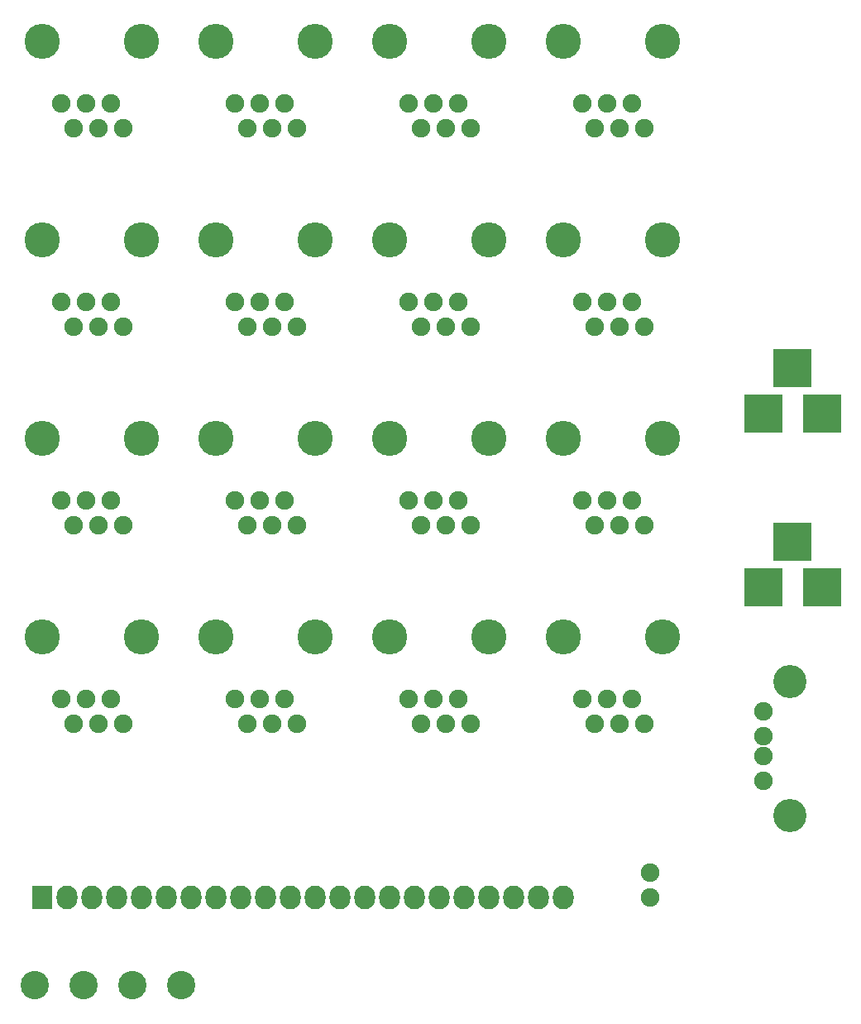
<source format=gts>
%FSLAX34Y34*%
G04 Gerber Fmt 3.4, Leading zero omitted, Abs format*
G04 (created by PCBNEW (2014-jan-25)-product) date Wed 30 Apr 2014 08:14:39 PM MDT*
%MOIN*%
G01*
G70*
G90*
G04 APERTURE LIST*
%ADD10C,0.003937*%
%ADD11C,0.074848*%
%ADD12R,0.153548X0.153548*%
%ADD13C,0.133848*%
%ADD14R,0.083748X0.095748*%
%ADD15O,0.083748X0.095748*%
%ADD16C,0.141732*%
%ADD17C,0.074803*%
%ADD18C,0.114173*%
G04 APERTURE END LIST*
G54D10*
G54D11*
X66500Y-49000D03*
X66500Y-50000D03*
G54D12*
X71059Y-37500D03*
X73421Y-37500D03*
X72240Y-35650D03*
X71059Y-30500D03*
X73421Y-30500D03*
X72240Y-28650D03*
G54D11*
X71062Y-42497D03*
X71062Y-43497D03*
X71062Y-44297D03*
X71062Y-45297D03*
G54D13*
X72112Y-41297D03*
X72112Y-46697D03*
G54D14*
X42000Y-50000D03*
G54D15*
X43000Y-50000D03*
X44000Y-50000D03*
X45000Y-50000D03*
X46000Y-50000D03*
X47000Y-50000D03*
X48000Y-50000D03*
X49000Y-50000D03*
X50000Y-50000D03*
X51000Y-50000D03*
X52000Y-50000D03*
X53000Y-50000D03*
X54000Y-50000D03*
X55000Y-50000D03*
X56000Y-50000D03*
X57000Y-50000D03*
X58000Y-50000D03*
X59000Y-50000D03*
X60000Y-50000D03*
X61000Y-50000D03*
X62000Y-50000D03*
X63000Y-50000D03*
G54D16*
X42000Y-39500D03*
X46000Y-39500D03*
G54D17*
X45250Y-43000D03*
X44750Y-42000D03*
X44250Y-43000D03*
X43750Y-42000D03*
X43250Y-43000D03*
X42750Y-42000D03*
G54D16*
X42000Y-31500D03*
X46000Y-31500D03*
G54D17*
X45250Y-35000D03*
X44750Y-34000D03*
X44250Y-35000D03*
X43750Y-34000D03*
X43250Y-35000D03*
X42750Y-34000D03*
G54D16*
X42000Y-23500D03*
X46000Y-23500D03*
G54D17*
X45250Y-27000D03*
X44750Y-26000D03*
X44250Y-27000D03*
X43750Y-26000D03*
X43250Y-27000D03*
X42750Y-26000D03*
G54D16*
X42000Y-15500D03*
X46000Y-15500D03*
G54D17*
X45250Y-19000D03*
X44750Y-18000D03*
X44250Y-19000D03*
X43750Y-18000D03*
X43250Y-19000D03*
X42750Y-18000D03*
G54D16*
X49000Y-39500D03*
X53000Y-39500D03*
G54D17*
X52250Y-43000D03*
X51750Y-42000D03*
X51250Y-43000D03*
X50750Y-42000D03*
X50250Y-43000D03*
X49750Y-42000D03*
G54D16*
X49000Y-31500D03*
X53000Y-31500D03*
G54D17*
X52250Y-35000D03*
X51750Y-34000D03*
X51250Y-35000D03*
X50750Y-34000D03*
X50250Y-35000D03*
X49750Y-34000D03*
G54D16*
X49000Y-23500D03*
X53000Y-23500D03*
G54D17*
X52250Y-27000D03*
X51750Y-26000D03*
X51250Y-27000D03*
X50750Y-26000D03*
X50250Y-27000D03*
X49750Y-26000D03*
G54D16*
X49000Y-15500D03*
X53000Y-15500D03*
G54D17*
X52250Y-19000D03*
X51750Y-18000D03*
X51250Y-19000D03*
X50750Y-18000D03*
X50250Y-19000D03*
X49750Y-18000D03*
G54D16*
X56000Y-39500D03*
X60000Y-39500D03*
G54D17*
X59250Y-43000D03*
X58750Y-42000D03*
X58250Y-43000D03*
X57750Y-42000D03*
X57250Y-43000D03*
X56750Y-42000D03*
G54D16*
X56000Y-31500D03*
X60000Y-31500D03*
G54D17*
X59250Y-35000D03*
X58750Y-34000D03*
X58250Y-35000D03*
X57750Y-34000D03*
X57250Y-35000D03*
X56750Y-34000D03*
G54D16*
X56000Y-23500D03*
X60000Y-23500D03*
G54D17*
X59250Y-27000D03*
X58750Y-26000D03*
X58250Y-27000D03*
X57750Y-26000D03*
X57250Y-27000D03*
X56750Y-26000D03*
G54D16*
X56000Y-15500D03*
X60000Y-15500D03*
G54D17*
X59250Y-19000D03*
X58750Y-18000D03*
X58250Y-19000D03*
X57750Y-18000D03*
X57250Y-19000D03*
X56750Y-18000D03*
G54D16*
X63000Y-39500D03*
X67000Y-39500D03*
G54D17*
X66250Y-43000D03*
X65750Y-42000D03*
X65250Y-43000D03*
X64750Y-42000D03*
X64250Y-43000D03*
X63750Y-42000D03*
G54D16*
X63000Y-31500D03*
X67000Y-31500D03*
G54D17*
X66250Y-35000D03*
X65750Y-34000D03*
X65250Y-35000D03*
X64750Y-34000D03*
X64250Y-35000D03*
X63750Y-34000D03*
G54D16*
X63000Y-23500D03*
X67000Y-23500D03*
G54D17*
X66250Y-27000D03*
X65750Y-26000D03*
X65250Y-27000D03*
X64750Y-26000D03*
X64250Y-27000D03*
X63750Y-26000D03*
G54D16*
X63000Y-15500D03*
X67000Y-15500D03*
G54D17*
X66250Y-19000D03*
X65750Y-18000D03*
X65250Y-19000D03*
X64750Y-18000D03*
X64250Y-19000D03*
X63750Y-18000D03*
G54D18*
X41692Y-53543D03*
X43661Y-53543D03*
X45629Y-53543D03*
X47598Y-53543D03*
M02*

</source>
